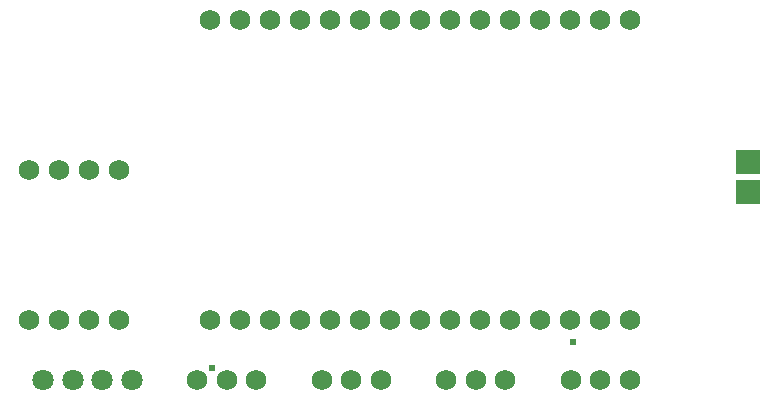
<source format=gts>
G04 Layer: TopSolderMaskLayer*
G04 EasyEDA Pro v2.0.30.0bf95a9f.56a808, 2023-06-11 15:17:04*
G04 Gerber Generator version 0.3*
G04 Scale: 100 percent, Rotated: No, Reflected: No*
G04 Dimensions in millimeters*
G04 Leading zeros omitted, absolute positions, 3 integers and 3 decimals*
%FSLAX33Y33*%
%MOMM*%
%AMPolygonMacro1*4,1,17,-0.994,-1.035,-1.009,-0.999,-1.018,0.991,-1.018,0.991,-1.004,1.027,-0.968,1.042,-0.968,1.042,0.96,1.05,0.96,1.05,0.996,1.035,1.011,0.999,1.018,-0.991,1.018,-0.991,1.004,-1.027,0.968,-1.042,-0.958,-1.05,-0.958,-1.05,-0.994,-1.035,0*%
%ADD10C,1.75*%
%ADD11C,1.8*%
%ADD12C,1.753*%
%ADD13PolygonMacro1*%
%ADD14C,0.61*%
G75*


G04 Pad Start*
G54D10*
G01X48474Y8763D03*
G01X45974Y8763D03*
G01X43474Y8763D03*
G01X59015Y8763D03*
G01X56515Y8763D03*
G01X54015Y8763D03*
G54D11*
G01X16831Y8763D03*
G01X14331Y8763D03*
G01X11831Y8763D03*
G01X9331Y8763D03*
G54D10*
G01X37933Y8763D03*
G01X35433Y8763D03*
G01X32933Y8763D03*
G01X27392Y8763D03*
G01X24892Y8763D03*
G01X22392Y8763D03*
G54D12*
G01X59014Y13843D03*
G01X56474Y13843D03*
G01X53934Y13843D03*
G01X51394Y13843D03*
G01X48854Y13843D03*
G01X46314Y13843D03*
G01X43774Y13843D03*
G01X41234Y13843D03*
G01X38694Y13843D03*
G01X36154Y13843D03*
G01X33614Y13843D03*
G01X31074Y13843D03*
G01X28534Y13843D03*
G01X25994Y13843D03*
G01X23454Y13843D03*
G01X59014Y39243D03*
G01X56474Y39243D03*
G01X53934Y39243D03*
G01X51394Y39243D03*
G01X48854Y39243D03*
G01X46314Y39243D03*
G01X43774Y39243D03*
G01X41234Y39243D03*
G01X38694Y39243D03*
G01X36154Y39243D03*
G01X33614Y39243D03*
G01X31074Y39243D03*
G01X28534Y39243D03*
G01X25994Y39243D03*
G01X23454Y39243D03*
G01X15748Y13843D03*
G01X13208Y13843D03*
G01X10668Y13843D03*
G01X8128Y13843D03*
G01X15748Y26543D03*
G01X13208Y26543D03*
G01X10668Y26543D03*
G01X8128Y26543D03*
G54D13*
G01X69025Y24638D03*
G01X69025Y27178D03*
G04 Pad End*

G04 Via Start*
G54D14*
G01X54229Y11938D03*
G01X23622Y9779D03*
G04 Via End*

M02*

</source>
